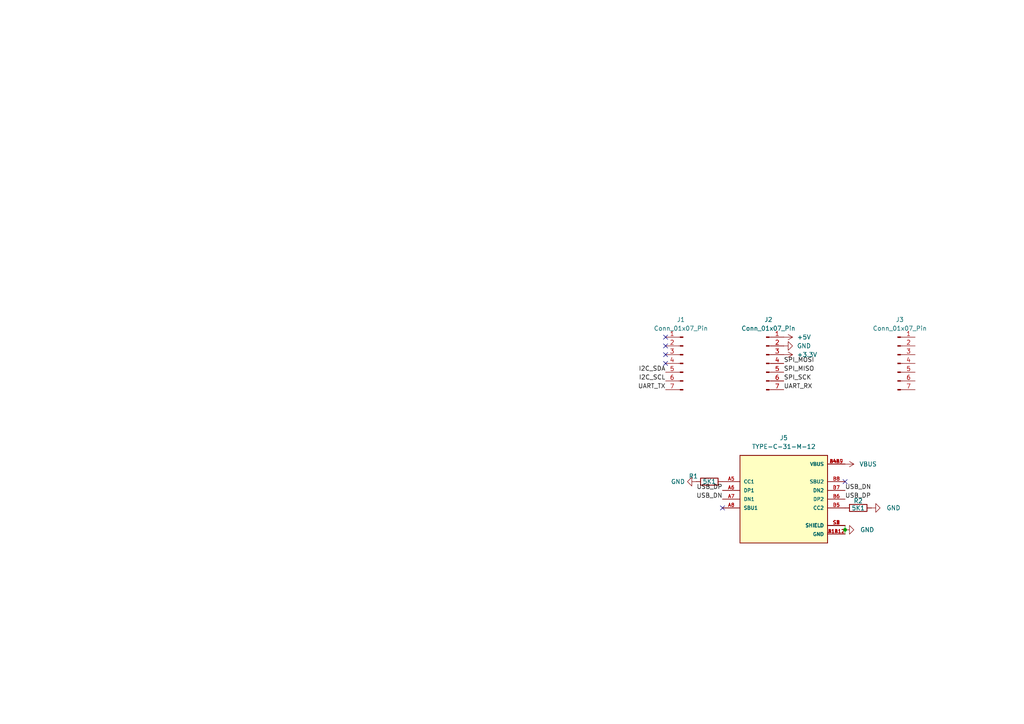
<source format=kicad_sch>
(kicad_sch (version 20231120) (generator "eeschema") (generator_version "8.0")
  (paper "A4")
  (lib_symbols
    (symbol "Connector:Conn_01x07_Pin" (pin_names (offset 1.016) hide)
      (property "Reference" "J" (at 0 10.16 0))
      (property "Value" "Conn_01x07_Pin" (at 0 -10.16 0))
      (symbol "Conn_01x07_Pin_1_1"
        (polyline (pts (xy 1.27 -7.62) (xy 0.8636 -7.62)) (stroke (width 0.1524)))
        (polyline (pts (xy 1.27 -5.08) (xy 0.8636 -5.08)) (stroke (width 0.1524)))
        (polyline (pts (xy 1.27 -2.54) (xy 0.8636 -2.54)) (stroke (width 0.1524)))
        (polyline (pts (xy 1.27 0) (xy 0.8636 0)) (stroke (width 0.1524)))
        (polyline (pts (xy 1.27 2.54) (xy 0.8636 2.54)) (stroke (width 0.1524)))
        (polyline (pts (xy 1.27 5.08) (xy 0.8636 5.08)) (stroke (width 0.1524)))
        (polyline (pts (xy 1.27 7.62) (xy 0.8636 7.62)) (stroke (width 0.1524)))
        (rectangle (start 0.8636 -7.493) (end 0 -7.747) (stroke (width 0.1524)) (fill (type outline)))
        (rectangle (start 0.8636 -4.953) (end 0 -5.207) (stroke (width 0.1524)) (fill (type outline)))
        (rectangle (start 0.8636 -2.413) (end 0 -2.667) (stroke (width 0.1524)) (fill (type outline)))
        (rectangle (start 0.8636 0.127) (end 0 -0.127) (stroke (width 0.1524)) (fill (type outline)))
        (rectangle (start 0.8636 2.667) (end 0 2.413) (stroke (width 0.1524)) (fill (type outline)))
        (rectangle (start 0.8636 5.207) (end 0 4.953) (stroke (width 0.1524)) (fill (type outline)))
        (rectangle (start 0.8636 7.747) (end 0 7.493) (stroke (width 0.1524)) (fill (type outline)))
        (pin passive line (at 5.08 7.62 180) (length 3.81) (name "Pin_1") (number "1"))
        (pin passive line (at 5.08 5.08 180) (length 3.81) (name "Pin_2") (number "2"))
        (pin passive line (at 5.08 2.54 180) (length 3.81) (name "Pin_3") (number "3"))
        (pin passive line (at 5.08 0 180) (length 3.81) (name "Pin_4") (number "4"))
        (pin passive line (at 5.08 -2.54 180) (length 3.81) (name "Pin_5") (number "5"))
        (pin passive line (at 5.08 -5.08 180) (length 3.81) (name "Pin_6") (number "6"))
        (pin passive line (at 5.08 -7.62 180) (length 3.81) (name "Pin_7") (number "7"))
      )
    )
    (symbol "Device:R" (pin_numbers hide) (pin_names (offset 0))
      (property "Reference" "R" (at 2.032 0 90))
      (property "Value" "R" (at 0 0 90))
      (symbol "R_0_1"
        (rectangle (start -1.016 -2.54) (end 1.016 2.54) (stroke (width 0.254)))
      )
      (symbol "R_1_1"
        (pin passive line (at 0 3.81 270) (length 1.27) (name "~") (number "1"))
        (pin passive line (at 0 -3.81 90) (length 1.27) (name "~") (number "2"))
      )
    )
    (symbol "TYPE-C-31-M-12_1" (pin_names (offset 1.016))
      (property "Reference" "J" (at -12.7 13.462 0))
      (property "Value" "TYPE-C-31-M-12" (at -12.7 -13.462 0))
      (symbol "TYPE-C-31-M-12_1_0_0"
        (rectangle (start -12.7 -12.7) (end 12.7 12.7) (stroke (width 0.254)) (fill (type background)))
        (pin power_in line (at 17.78 -10.16 180) (length 5.08) (name "GND") (number "A1B12"))
        (pin power_in line (at 17.78 10.16 180) (length 5.08) (name "VBUS") (number "A4B9"))
        (pin bidirectional line (at -17.78 5.08 0) (length 5.08) (name "CC1") (number "A5"))
        (pin bidirectional line (at -17.78 2.54 0) (length 5.08) (name "DP1") (number "A6"))
        (pin bidirectional line (at -17.78 0 0) (length 5.08) (name "DN1") (number "A7"))
        (pin bidirectional line (at -17.78 -2.54 0) (length 5.08) (name "SBU1") (number "A8"))
        (pin power_in line (at 17.78 -10.16 180) (length 5.08) (name "GND") (number "B1A12"))
        (pin power_in line (at 17.78 10.16 180) (length 5.08) (name "VBUS") (number "B4A9"))
        (pin bidirectional line (at 17.78 -2.54 180) (length 5.08) (name "CC2") (number "B5"))
        (pin bidirectional line (at 17.78 0 180) (length 5.08) (name "DP2") (number "B6"))
        (pin bidirectional line (at 17.78 2.54 180) (length 5.08) (name "DN2") (number "B7"))
        (pin bidirectional line (at 17.78 5.08 180) (length 5.08) (name "SBU2") (number "B8"))
        (pin passive line (at 17.78 -7.62 180) (length 5.08) (name "SHIELD") (number "S1"))
        (pin passive line (at 17.78 -7.62 180) (length 5.08) (name "SHIELD") (number "S2"))
        (pin passive line (at 17.78 -7.62 180) (length 5.08) (name "SHIELD") (number "S3"))
        (pin passive line (at 17.78 -7.62 180) (length 5.08) (name "SHIELD") (number "S4"))
      )
    )
    (symbol "power:+3.3V" (power) (pin_numbers hide) (pin_names (offset 0) hide)
      (property "Value" "+3.3V" (at 0 3.556 0))
      (symbol "+3.3V_0_1"
        (polyline (pts (xy -0.762 1.27) (xy 0 2.54)))
        (polyline (pts (xy 0 0) (xy 0 2.54)))
        (polyline (pts (xy 0 2.54) (xy 0.762 1.27)))
      )
      (symbol "+3.3V_1_1"
        (pin power_in line (at 0 0 90) (length 0) (name "~") (number "1"))
      )
    )
    (symbol "power:+5V" (power) (pin_numbers hide) (pin_names (offset 0) hide)
      (property "Value" "+5V" (at 0 3.556 0))
      (symbol "+5V_0_1"
        (polyline (pts (xy -0.762 1.27) (xy 0 2.54)))
        (polyline (pts (xy 0 0) (xy 0 2.54)))
        (polyline (pts (xy 0 2.54) (xy 0.762 1.27)))
      )
      (symbol "+5V_1_1"
        (pin power_in line (at 0 0 90) (length 0) (name "~") (number "1"))
      )
    )
    (symbol "power:GND" (power) (pin_numbers hide) (pin_names (offset 0) hide)
      (property "Value" "GND" (at 0 -3.81 0))
      (symbol "GND_0_1"
        (polyline (pts (xy 0 0) (xy 0 -1.27) (xy 1.27 -1.27) (xy 0 -2.54) (xy -1.27 -1.27) (xy 0 -1.27)))
      )
      (symbol "GND_1_1"
        (pin power_in line (at 0 0 270) (length 0) (name "~") (number "1"))
      )
    )
    (symbol "power:VBUS" (power) (pin_names (offset 0))
      (property "Value" "VBUS" (at 0 3.81 0))
      (symbol "VBUS_0_1"
        (polyline (pts (xy -0.762 1.27) (xy 0 2.54)))
        (polyline (pts (xy 0 0) (xy 0 2.54)))
        (polyline (pts (xy 0 2.54) (xy 0.762 1.27)))
      )
      (symbol "VBUS_1_1"
        (pin power_in line (at 0 0 90) (length 0) hide (name "VBUS") (number "1"))
      )
    )
  )
  (junction (at 245.11 153.67))
  (no_connect (at 193.04 97.79))
  (no_connect (at 193.04 105.41))
  (no_connect (at 193.04 100.33))
  (no_connect (at 209.55 147.32))
  (no_connect (at 193.04 102.87))
  (no_connect (at 245.11 139.7))
  (wire (pts (xy 245.11 152.4) (xy 245.11 153.67)))
  (wire (pts (xy 245.11 153.67) (xy 245.11 154.94)))
  (label "USB_DN" (at 209.55 144.78 180))
  (label "SPI_SCK" (at 227.33 110.49 0))
  (label "SPI_MISO" (at 227.33 107.95 0))
  (label "I2C_SCL" (at 193.04 110.49 180))
  (label "I2C_SDA" (at 193.04 107.95 180))
  (label "UART_RX" (at 227.33 113.03 0))
  (label "SPI_MOSI" (at 227.33 105.41 0))
  (label "USB_DP" (at 245.11 144.78 0))
  (label "USB_DN" (at 245.11 142.24 0))
  (label "USB_DP" (at 209.55 142.24 180))
  (label "UART_TX" (at 193.04 113.03 180))
  (symbol (lib_id "Device:R") (at 205.74 139.7 90) (mirror x) (unit 1)
    (property "Reference" "R1" (at 201.1172 138.1252 90))
    (property "Value" "5K1" (at 205.74 139.6492 90))
    (property "Footprint" "Resistor_SMD:R_0402_1005Metric" (effects (hide yes)))
    (property "LCSC" "C328327" (effects (hide yes)))
  )
  (symbol (lib_id "power:+5V") (at 227.33 97.79 270) (unit 1)
    (property "Reference" "#PWR03" (effects (hide yes)))
    (property "Value" "+5V" (at 231.14 97.7899 90) (effects (justify left)))
    (property "Description" "Power symbol creates a global label with name \"+5V\"" (effects (hide yes)))
  )
  (symbol (lib_id "power:GND") (at 201.93 139.7 270) (unit 1)
    (property "Reference" "#PWR04" (effects (hide yes)))
    (property "Value" "GND" (at 198.6788 139.6999 90) (effects (justify right)))
  )
  (symbol (lib_name "TYPE-C-31-M-12_1") (lib_id "TYPE-C-31-M-12:TYPE-C-31-M-12") (at 227.33 144.78 0) (unit 1)
    (property "Reference" "J5" (at 227.33 127 0))
    (property "Value" "TYPE-C-31-M-12" (at 227.33 129.54 0))
    (property "Footprint" "HRO_TYPE-C-31-M-12" (effects (hide yes)))
    (property "MANUFACTURER" "HRO Electronics" (effects (hide yes)))
    (property "PARTREV" "A" (effects (hide yes)))
    (property "MAXIMUM_PACKAGE_HEIGHT" "3.31mm" (effects (hide yes)))
    (property "STANDARD" "Manufacturer Recommendations" (effects (hide yes)))
  )
  (symbol (lib_id "Connector:Conn_01x07_Pin") (at 222.25 105.41 0) (unit 1)
    (property "Reference" "J2" (at 222.885 92.71 0))
    (property "Value" "Conn_01x07_Pin" (at 222.885 95.25 0))
    (property "Footprint" "Connector_PinHeader_2.54mm:PinHeader_1x07_P2.54mm_Vertical" (effects (hide yes)))
    (property "Description" "Generic connector, single row, 01x07, script generated" (effects (hide yes)))
  )
  (symbol (lib_id "power:+3.3V") (at 227.33 102.87 270) (unit 1)
    (property "Reference" "#PWR02" (effects (hide yes)))
    (property "Value" "+3.3V" (at 231.14 102.8699 90) (effects (justify left)))
    (property "Description" "Power symbol creates a global label with name \"+3.3V\"" (effects (hide yes)))
  )
  (symbol (lib_id "Device:R") (at 248.92 147.32 90) (unit 1)
    (property "Reference" "R2" (at 248.92 145.288 90))
    (property "Value" "5K1" (at 248.92 147.3708 90))
    (property "Footprint" "Resistor_SMD:R_0402_1005Metric" (effects (hide yes)))
    (property "LCSC" "C328327" (effects (hide yes)))
  )
  (symbol (lib_id "power:GND") (at 252.73 147.32 90) (unit 1)
    (property "Reference" "#PWR07" (effects (hide yes)))
    (property "Value" "GND" (at 257.0988 147.3199 90) (effects (justify right)))
  )
  (symbol (lib_id "power:VBUS") (at 245.11 134.62 270) (unit 1)
    (property "Reference" "#PWR05" (effects (hide yes)))
    (property "Value" "VBUS" (at 249.2248 134.6199 90) (effects (justify left)))
  )
  (symbol (lib_id "power:GND") (at 245.11 153.67 90) (unit 1)
    (property "Reference" "#PWR06" (effects (hide yes)))
    (property "Value" "GND" (at 249.4788 153.6699 90) (effects (justify right)))
  )
  (symbol (lib_id "Connector:Conn_01x07_Pin") (at 198.12 105.41 0) (mirror y) (unit 1)
    (property "Reference" "J1" (at 197.485 92.71 0))
    (property "Value" "Conn_01x07_Pin" (at 197.485 95.25 0))
    (property "Footprint" "Connector_PinHeader_2.54mm:PinHeader_1x07_P2.54mm_Vertical" (effects (hide yes)))
    (property "Description" "Generic connector, single row, 01x07, script generated" (effects (hide yes)))
  )
  (symbol (lib_id "Connector:Conn_01x07_Pin") (at 260.35 105.41 0) (unit 1)
    (property "Reference" "J3" (at 260.985 92.71 0))
    (property "Value" "Conn_01x07_Pin" (at 260.985 95.25 0))
    (property "Footprint" "Connector_PinHeader_2.54mm:PinHeader_1x07_P2.54mm_Vertical" (effects (hide yes)))
    (property "Description" "Generic connector, single row, 01x07, script generated" (effects (hide yes)))
  )
  (symbol (lib_id "power:GND") (at 227.33 100.33 90) (unit 1)
    (property "Reference" "#PWR01" (effects (hide yes)))
    (property "Value" "GND" (at 231.14 100.3299 90) (effects (justify right)))
    (property "Description" "Power symbol creates a global label with name \"GND\" , ground" (effects (hide yes)))
  )
)
</source>
